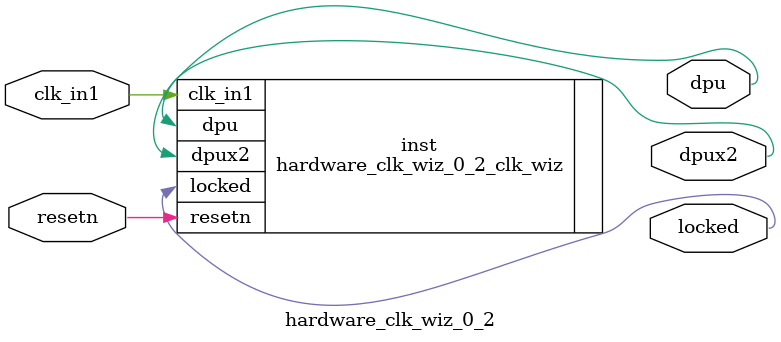
<source format=v>


`timescale 1ps/1ps

(* CORE_GENERATION_INFO = "hardware_clk_wiz_0_2,clk_wiz_v6_0_8_0_0,{component_name=hardware_clk_wiz_0_2,use_phase_alignment=true,use_min_o_jitter=false,use_max_i_jitter=false,use_dyn_phase_shift=false,use_inclk_switchover=false,use_dyn_reconfig=false,enable_axi=0,feedback_source=FDBK_AUTO,PRIMITIVE=MMCM,num_out_clk=2,clkin1_period=10.000,clkin2_period=10.000,use_power_down=false,use_reset=true,use_locked=true,use_inclk_stopped=false,feedback_type=SINGLE,CLOCK_MGR_TYPE=NA,manual_override=false}" *)

module hardware_clk_wiz_0_2 
 (
  // Clock out ports
  output        dpu,
  output        dpux2,
  // Status and control signals
  input         resetn,
  output        locked,
 // Clock in ports
  input         clk_in1
 );

  hardware_clk_wiz_0_2_clk_wiz inst
  (
  // Clock out ports  
  .dpu(dpu),
  .dpux2(dpux2),
  // Status and control signals               
  .resetn(resetn), 
  .locked(locked),
 // Clock in ports
  .clk_in1(clk_in1)
  );

endmodule

</source>
